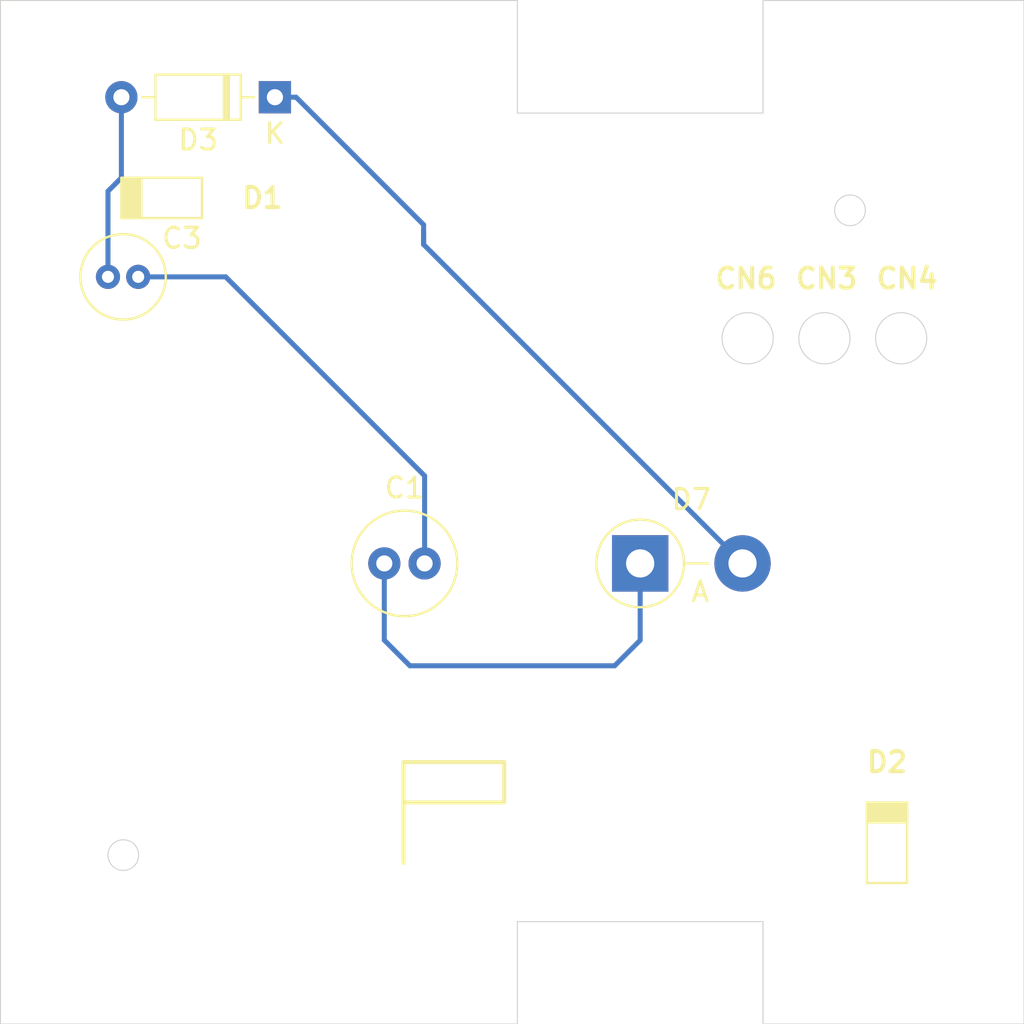
<source format=kicad_pcb>
(kicad_pcb (version 20171130) (host pcbnew "(5.1.5)-3")

  (general
    (thickness 1.6)
    (drawings 37)
    (tracks 17)
    (zones 0)
    (modules 4)
    (nets 5)
  )

  (page A4)
  (layers
    (0 F.Cu signal)
    (31 B.Cu signal)
    (32 B.Adhes user)
    (33 F.Adhes user)
    (34 B.Paste user)
    (35 F.Paste user)
    (36 B.SilkS user)
    (37 F.SilkS user)
    (38 B.Mask user)
    (39 F.Mask user)
    (40 Dwgs.User user)
    (41 Cmts.User user)
    (42 Eco1.User user)
    (43 Eco2.User user)
    (44 Edge.Cuts user)
    (45 Margin user)
    (46 B.CrtYd user)
    (47 F.CrtYd user)
    (48 B.Fab user)
    (49 F.Fab user)
  )

  (setup
    (last_trace_width 0.25)
    (trace_clearance 0.2)
    (zone_clearance 0.508)
    (zone_45_only no)
    (trace_min 0.2)
    (via_size 0.8)
    (via_drill 0.4)
    (via_min_size 0.4)
    (via_min_drill 0.3)
    (uvia_size 0.3)
    (uvia_drill 0.1)
    (uvias_allowed no)
    (uvia_min_size 0.2)
    (uvia_min_drill 0.1)
    (edge_width 0.05)
    (segment_width 0.2)
    (pcb_text_width 0.3)
    (pcb_text_size 1.5 1.5)
    (mod_edge_width 0.12)
    (mod_text_size 1 1)
    (mod_text_width 0.15)
    (pad_size 1.524 1.524)
    (pad_drill 0.762)
    (pad_to_mask_clearance 0.051)
    (solder_mask_min_width 0.25)
    (aux_axis_origin 0 0)
    (grid_origin 128.27 127)
    (visible_elements 7FFFFFFF)
    (pcbplotparams
      (layerselection 0x000fc_ffffffff)
      (usegerberextensions false)
      (usegerberattributes false)
      (usegerberadvancedattributes false)
      (creategerberjobfile false)
      (excludeedgelayer false)
      (linewidth 0.100000)
      (plotframeref false)
      (viasonmask false)
      (mode 1)
      (useauxorigin false)
      (hpglpennumber 1)
      (hpglpenspeed 20)
      (hpglpendiameter 15.000000)
      (psnegative false)
      (psa4output false)
      (plotreference true)
      (plotvalue true)
      (plotinvisibletext false)
      (padsonsilk false)
      (subtractmaskfromsilk false)
      (outputformat 5)
      (mirror false)
      (drillshape 2)
      (scaleselection 1)
      (outputdirectory "svg/"))
  )

  (net 0 "")
  (net 1 "Net-(C1-Pad1)")
  (net 2 "Net-(C1-Pad2)")
  (net 3 "Net-(C3-Pad1)")
  (net 4 "Net-(D3-Pad1)")

  (net_class Default "Esta é a classe de rede padrão."
    (clearance 0.2)
    (trace_width 0.25)
    (via_dia 0.8)
    (via_drill 0.4)
    (uvia_dia 0.3)
    (uvia_drill 0.1)
    (add_net "Net-(C1-Pad1)")
    (add_net "Net-(C1-Pad2)")
    (add_net "Net-(C3-Pad1)")
    (add_net "Net-(D3-Pad1)")
  )

  (module Capacitor_THT:C_Radial_D4.0mm_H5.0mm_P1.50mm (layer F.Cu) (tedit 5BC5C9B9) (tstamp 5E934465)
    (at 133.604 89.916)
    (descr "C, Radial series, Radial, pin pitch=1.50mm, diameter=4mm, height=5mm, Non-Polar Electrolytic Capacitor")
    (tags "C Radial series Radial pin pitch 1.50mm diameter 4mm height 5mm Non-Polar Electrolytic Capacitor")
    (path /5E934259)
    (fp_text reference C3 (at 3.666 -1.916) (layer F.SilkS)
      (effects (font (size 1 1) (thickness 0.15)))
    )
    (fp_text value CAP (at 0.75 3.25) (layer F.Fab)
      (effects (font (size 1 1) (thickness 0.15)))
    )
    (fp_text user %R (at 0.75 0) (layer F.Fab)
      (effects (font (size 0.8 0.8) (thickness 0.12)))
    )
    (fp_circle (center 0.75 0) (end 3 0) (layer F.CrtYd) (width 0.05))
    (fp_circle (center 0.75 0) (end 2.87 0) (layer F.SilkS) (width 0.12))
    (fp_circle (center 0.75 0) (end 2.75 0) (layer F.Fab) (width 0.1))
    (pad 2 thru_hole circle (at 1.5 0) (size 1.2 1.2) (drill 0.6) (layers *.Cu *.Mask)
      (net 2 "Net-(C1-Pad2)"))
    (pad 1 thru_hole circle (at 0 0) (size 1.2 1.2) (drill 0.6) (layers *.Cu *.Mask)
      (net 3 "Net-(C3-Pad1)"))
    (model ${KISYS3DMOD}/Capacitor_THT.3dshapes/C_Radial_D4.0mm_H5.0mm_P1.50mm.wrl
      (at (xyz 0 0 0))
      (scale (xyz 1 1 1))
      (rotate (xyz 0 0 0))
    )
  )

  (module Capacitor_THT:C_Radial_D5.0mm_H11.0mm_P2.00mm (layer F.Cu) (tedit 5BC5C9B9) (tstamp 5E93445B)
    (at 147.32 104.14)
    (descr "C, Radial series, Radial, pin pitch=2.00mm, diameter=5mm, height=11mm, Non-Polar Electrolytic Capacitor")
    (tags "C Radial series Radial pin pitch 2.00mm diameter 5mm height 11mm Non-Polar Electrolytic Capacitor")
    (path /5E933509)
    (fp_text reference C1 (at 1 -3.75) (layer F.SilkS)
      (effects (font (size 1 1) (thickness 0.15)))
    )
    (fp_text value CAP (at 1 3.75) (layer F.Fab)
      (effects (font (size 1 1) (thickness 0.15)))
    )
    (fp_text user %R (at 1 0) (layer F.Fab)
      (effects (font (size 1 1) (thickness 0.15)))
    )
    (fp_circle (center 1 0) (end 3.75 0) (layer F.CrtYd) (width 0.05))
    (fp_circle (center 1 0) (end 3.62 0) (layer F.SilkS) (width 0.12))
    (fp_circle (center 1 0) (end 3.5 0) (layer F.Fab) (width 0.1))
    (pad 2 thru_hole circle (at 2 0) (size 1.6 1.6) (drill 0.8) (layers *.Cu *.Mask)
      (net 2 "Net-(C1-Pad2)"))
    (pad 1 thru_hole circle (at 0 0) (size 1.6 1.6) (drill 0.8) (layers *.Cu *.Mask)
      (net 1 "Net-(C1-Pad1)"))
    (model ${KISYS3DMOD}/Capacitor_THT.3dshapes/C_Radial_D5.0mm_H11.0mm_P2.00mm.wrl
      (at (xyz 0 0 0))
      (scale (xyz 1 1 1))
      (rotate (xyz 0 0 0))
    )
  )

  (module Diode_THT:D_5W_P5.08mm_Vertical_AnodeUp (layer F.Cu) (tedit 5AE50CD5) (tstamp 5E934476)
    (at 160.02 104.14)
    (descr "Diode, 5W series, Axial, Vertical, pin pitch=5.08mm, , length*diameter=8.9*3.7mm^2, , http://www.diodes.com/_files/packages/8686949.gif")
    (tags "Diode 5W series Axial Vertical pin pitch 5.08mm  length 8.9mm diameter 3.7mm")
    (path /5E937405)
    (fp_text reference D7 (at 2.54 -3.174899) (layer F.SilkS)
      (effects (font (size 1 1) (thickness 0.15)))
    )
    (fp_text value DIODE (at 2.54 3.174899) (layer F.Fab)
      (effects (font (size 1 1) (thickness 0.15)))
    )
    (fp_circle (center 0 0) (end 1.85 0) (layer F.Fab) (width 0.1))
    (fp_circle (center 0 0) (end 2.174899 0) (layer F.SilkS) (width 0.12))
    (fp_line (start 0 0) (end 5.08 0) (layer F.Fab) (width 0.1))
    (fp_line (start 2.174899 0) (end 3.38 0) (layer F.SilkS) (width 0.12))
    (fp_line (start -2.1 -2.1) (end -2.1 2.1) (layer F.CrtYd) (width 0.05))
    (fp_line (start -2.1 2.1) (end 6.73 2.1) (layer F.CrtYd) (width 0.05))
    (fp_line (start 6.73 2.1) (end 6.73 -2.1) (layer F.CrtYd) (width 0.05))
    (fp_line (start 6.73 -2.1) (end -2.1 -2.1) (layer F.CrtYd) (width 0.05))
    (fp_text user %R (at 2.54 -3.174899) (layer F.Fab)
      (effects (font (size 1 1) (thickness 0.15)))
    )
    (fp_text user A (at 2.98 1.4) (layer F.Fab)
      (effects (font (size 1 1) (thickness 0.15)))
    )
    (fp_text user A (at 2.98 1.4) (layer F.SilkS)
      (effects (font (size 1 1) (thickness 0.15)))
    )
    (pad 1 thru_hole rect (at 0 0) (size 2.8 2.8) (drill 1.4) (layers *.Cu *.Mask)
      (net 1 "Net-(C1-Pad1)"))
    (pad 2 thru_hole oval (at 5.08 0) (size 2.8 2.8) (drill 1.4) (layers *.Cu *.Mask)
      (net 4 "Net-(D3-Pad1)"))
    (model ${KISYS3DMOD}/Diode_THT.3dshapes/D_5W_P5.08mm_Vertical_AnodeUp.wrl
      (at (xyz 0 0 0))
      (scale (xyz 1 1 1))
      (rotate (xyz 0 0 0))
    )
  )

  (module Diode_THT:D_DO-35_SOD27_P7.62mm_Horizontal (layer F.Cu) (tedit 5AE50CD5) (tstamp 5E934495)
    (at 141.89 81 180)
    (descr "Diode, DO-35_SOD27 series, Axial, Horizontal, pin pitch=7.62mm, , length*diameter=4*2mm^2, , http://www.diodes.com/_files/packages/DO-35.pdf")
    (tags "Diode DO-35_SOD27 series Axial Horizontal pin pitch 7.62mm  length 4mm diameter 2mm")
    (path /5E9362D2)
    (fp_text reference D3 (at 3.81 -2.12) (layer F.SilkS)
      (effects (font (size 1 1) (thickness 0.15)))
    )
    (fp_text value 1N4148 (at 3.81 2.12) (layer F.Fab)
      (effects (font (size 1 1) (thickness 0.15)))
    )
    (fp_line (start 1.81 -1) (end 1.81 1) (layer F.Fab) (width 0.1))
    (fp_line (start 1.81 1) (end 5.81 1) (layer F.Fab) (width 0.1))
    (fp_line (start 5.81 1) (end 5.81 -1) (layer F.Fab) (width 0.1))
    (fp_line (start 5.81 -1) (end 1.81 -1) (layer F.Fab) (width 0.1))
    (fp_line (start 0 0) (end 1.81 0) (layer F.Fab) (width 0.1))
    (fp_line (start 7.62 0) (end 5.81 0) (layer F.Fab) (width 0.1))
    (fp_line (start 2.41 -1) (end 2.41 1) (layer F.Fab) (width 0.1))
    (fp_line (start 2.51 -1) (end 2.51 1) (layer F.Fab) (width 0.1))
    (fp_line (start 2.31 -1) (end 2.31 1) (layer F.Fab) (width 0.1))
    (fp_line (start 1.69 -1.12) (end 1.69 1.12) (layer F.SilkS) (width 0.12))
    (fp_line (start 1.69 1.12) (end 5.93 1.12) (layer F.SilkS) (width 0.12))
    (fp_line (start 5.93 1.12) (end 5.93 -1.12) (layer F.SilkS) (width 0.12))
    (fp_line (start 5.93 -1.12) (end 1.69 -1.12) (layer F.SilkS) (width 0.12))
    (fp_line (start 1.04 0) (end 1.69 0) (layer F.SilkS) (width 0.12))
    (fp_line (start 6.58 0) (end 5.93 0) (layer F.SilkS) (width 0.12))
    (fp_line (start 2.41 -1.12) (end 2.41 1.12) (layer F.SilkS) (width 0.12))
    (fp_line (start 2.53 -1.12) (end 2.53 1.12) (layer F.SilkS) (width 0.12))
    (fp_line (start 2.29 -1.12) (end 2.29 1.12) (layer F.SilkS) (width 0.12))
    (fp_line (start -1.05 -1.25) (end -1.05 1.25) (layer F.CrtYd) (width 0.05))
    (fp_line (start -1.05 1.25) (end 8.67 1.25) (layer F.CrtYd) (width 0.05))
    (fp_line (start 8.67 1.25) (end 8.67 -1.25) (layer F.CrtYd) (width 0.05))
    (fp_line (start 8.67 -1.25) (end -1.05 -1.25) (layer F.CrtYd) (width 0.05))
    (fp_text user %R (at 4.11 0) (layer F.Fab)
      (effects (font (size 0.8 0.8) (thickness 0.12)))
    )
    (fp_text user K (at 0 -1.8) (layer F.Fab)
      (effects (font (size 1 1) (thickness 0.15)))
    )
    (fp_text user K (at 0 -1.8) (layer F.SilkS)
      (effects (font (size 1 1) (thickness 0.15)))
    )
    (pad 1 thru_hole rect (at 0 0 180) (size 1.6 1.6) (drill 0.8) (layers *.Cu *.Mask)
      (net 4 "Net-(D3-Pad1)"))
    (pad 2 thru_hole oval (at 7.62 0 180) (size 1.6 1.6) (drill 0.8) (layers *.Cu *.Mask)
      (net 3 "Net-(C3-Pad1)"))
    (model ${KISYS3DMOD}/Diode_THT.3dshapes/D_DO-35_SOD27_P7.62mm_Horizontal.wrl
      (at (xyz 0 0 0))
      (scale (xyz 1 1 1))
      (rotate (xyz 0 0 0))
    )
  )

  (gr_line (start 153.27 116) (end 148.27 116) (layer F.SilkS) (width 0.2))
  (gr_line (start 153.27 114) (end 153.27 116) (layer F.SilkS) (width 0.2))
  (gr_line (start 148.27 114) (end 153.27 114) (layer F.SilkS) (width 0.2))
  (gr_line (start 148.27 119) (end 148.27 114) (layer F.SilkS) (width 0.2))
  (gr_text D2 (at 172.27 114) (layer F.SilkS) (tstamp 5F10D2DB)
    (effects (font (size 1 1) (thickness 0.2)))
  )
  (gr_line (start 171.27 120) (end 171.27 116) (layer F.SilkS) (width 0.12) (tstamp 5F10D1FA))
  (gr_poly (pts (xy 171.27 117) (xy 171.27 116) (xy 173.27 116) (xy 173.27 117)) (layer F.SilkS) (width 0.1) (tstamp 5F10D1F9))
  (gr_line (start 173.27 116) (end 173.27 117) (layer F.SilkS) (width 0.12) (tstamp 5F10D1F8))
  (gr_line (start 173.27 120) (end 171.27 120) (layer F.SilkS) (width 0.12) (tstamp 5F10D1F7))
  (gr_line (start 173.27 117) (end 173.27 120) (layer F.SilkS) (width 0.12) (tstamp 5F10D1F6))
  (gr_text D1 (at 141.27 86) (layer F.SilkS) (tstamp 5F10D1D7)
    (effects (font (size 1 1) (thickness 0.2)))
  )
  (gr_poly (pts (xy 135.27 87) (xy 134.27 87) (xy 134.27 85) (xy 135.27 85)) (layer F.SilkS) (width 0.1))
  (gr_line (start 134.27 85) (end 135.27 85) (layer F.SilkS) (width 0.12) (tstamp 5F10D1B9))
  (gr_line (start 134.27 87) (end 134.27 85) (layer F.SilkS) (width 0.12))
  (gr_line (start 138.27 87) (end 134.27 87) (layer F.SilkS) (width 0.12))
  (gr_line (start 138.27 85) (end 138.27 87) (layer F.SilkS) (width 0.12))
  (gr_line (start 135.27 85) (end 138.27 85) (layer F.SilkS) (width 0.12))
  (gr_text CN4 (at 173.27 90) (layer F.SilkS) (tstamp 5F10D084)
    (effects (font (size 1 1) (thickness 0.2)))
  )
  (gr_text CN3 (at 169.27 90) (layer F.SilkS) (tstamp 5F10D084)
    (effects (font (size 1 1) (thickness 0.2)))
  )
  (gr_text CN6 (at 165.27 90) (layer F.SilkS)
    (effects (font (size 1 1) (thickness 0.2)))
  )
  (gr_line (start 166.116 121.92) (end 166.116 127) (layer Edge.Cuts) (width 0.05) (tstamp 5E939930))
  (gr_line (start 153.924 121.92) (end 153.924 127) (layer Edge.Cuts) (width 0.05) (tstamp 5E93992F))
  (gr_line (start 166.116 127) (end 179.07 127) (layer Edge.Cuts) (width 0.05) (tstamp 5E93992B))
  (gr_line (start 166.116 121.92) (end 153.924 121.92) (layer Edge.Cuts) (width 0.05))
  (gr_circle (center 134.366 118.618) (end 135.128 118.618) (layer Edge.Cuts) (width 0.05) (tstamp 5E939908))
  (gr_line (start 153.924 76.2) (end 128.27 76.2) (layer Edge.Cuts) (width 0.05) (tstamp 5E9398A0))
  (gr_line (start 179.07 76.2) (end 166.116 76.2) (layer Edge.Cuts) (width 0.05) (tstamp 5E939895))
  (gr_line (start 153.924 81.788) (end 153.924 76.2) (layer Edge.Cuts) (width 0.05))
  (gr_line (start 166.116 81.788) (end 153.924 81.788) (layer Edge.Cuts) (width 0.05))
  (gr_line (start 166.116 76.2) (end 166.116 81.788) (layer Edge.Cuts) (width 0.05))
  (gr_circle (center 170.434 86.614) (end 171.196 86.614) (layer Edge.Cuts) (width 0.05) (tstamp 5E939839))
  (gr_circle (center 165.354 92.964) (end 166.624 92.964) (layer Edge.Cuts) (width 0.05) (tstamp 5E939839))
  (gr_circle (center 169.164 92.964) (end 170.434 92.964) (layer Edge.Cuts) (width 0.05) (tstamp 5E939839))
  (gr_circle (center 172.974 92.964) (end 174.244 92.964) (layer Edge.Cuts) (width 0.05))
  (gr_line (start 128.27 76.2) (end 128.27 127) (layer Edge.Cuts) (width 0.05) (tstamp 5E934572))
  (gr_line (start 179.07 127) (end 179.07 76.2) (layer Edge.Cuts) (width 0.05))
  (gr_line (start 128.27 127) (end 153.924 127) (layer Edge.Cuts) (width 0.05))

  (segment (start 147.32 104.14) (end 147.32 107.95) (width 0.25) (layer B.Cu) (net 1))
  (segment (start 147.32 107.95) (end 148.59 109.22) (width 0.25) (layer B.Cu) (net 1))
  (segment (start 148.59 109.22) (end 158.75 109.22) (width 0.25) (layer B.Cu) (net 1))
  (segment (start 158.75 109.22) (end 160.02 107.95) (width 0.25) (layer B.Cu) (net 1))
  (segment (start 160.02 107.95) (end 160.02 104.14) (width 0.25) (layer B.Cu) (net 1))
  (segment (start 135.104 89.916) (end 139.446 89.916) (width 0.25) (layer B.Cu) (net 2))
  (segment (start 149.32 99.79) (end 149.32 104.14) (width 0.25) (layer B.Cu) (net 2))
  (segment (start 139.446 89.916) (end 149.32 99.79) (width 0.25) (layer B.Cu) (net 2))
  (segment (start 134.27 81) (end 134.27 85) (width 0.25) (layer B.Cu) (net 3))
  (segment (start 133.604 85.666) (end 133.604 89.916) (width 0.25) (layer B.Cu) (net 3))
  (segment (start 134.27 85) (end 133.604 85.666) (width 0.25) (layer B.Cu) (net 3))
  (segment (start 149.27 88.31) (end 165.1 104.14) (width 0.25) (layer B.Cu) (net 4))
  (segment (start 149.27 88) (end 149.27 88.31) (width 0.25) (layer B.Cu) (net 4))
  (segment (start 149.27 87.660998) (end 149.27 88) (width 0.25) (layer B.Cu) (net 4))
  (segment (start 149.27 87.33) (end 149.27 88.31) (width 0.25) (layer B.Cu) (net 4))
  (segment (start 142.94 81) (end 149.27 87.33) (width 0.25) (layer B.Cu) (net 4))
  (segment (start 141.89 81) (end 142.94 81) (width 0.25) (layer B.Cu) (net 4))

)

</source>
